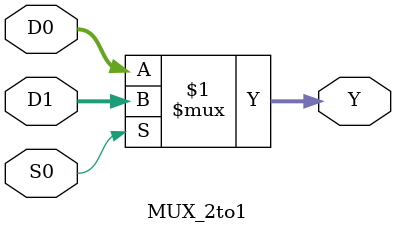
<source format=v>
module MUX_2to1 #(parameter N=32)
(
    input wire [N-1:0] D0,
    input wire [N-1:0] D1,
    input wire S0,
    output wire [N-1:0] Y
);

    // N-Bit MUX

    assign Y = (S0)? D1 : D0;

endmodule
</source>
